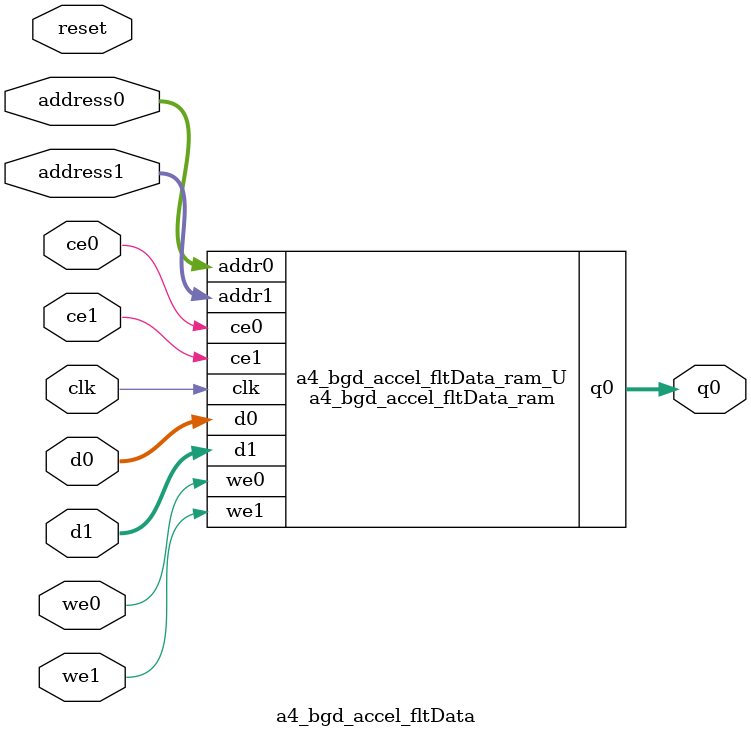
<source format=v>
`timescale 1 ns / 1 ps
module a4_bgd_accel_fltData_ram (addr0, ce0, d0, we0, q0, addr1, ce1, d1, we1,  clk);

parameter DWIDTH = 32;
parameter AWIDTH = 12;
parameter MEM_SIZE = 3925;

input[AWIDTH-1:0] addr0;
input ce0;
input[DWIDTH-1:0] d0;
input we0;
output reg[DWIDTH-1:0] q0;
input[AWIDTH-1:0] addr1;
input ce1;
input[DWIDTH-1:0] d1;
input we1;
input clk;

(* ram_style = "block" *)reg [DWIDTH-1:0] ram[0:MEM_SIZE-1];




always @(posedge clk)  
begin 
    if (ce0) 
    begin
        if (we0) 
        begin 
            ram[addr0] <= d0; 
        end 
        q0 <= ram[addr0];
    end
end


always @(posedge clk)  
begin 
    if (ce1) 
    begin
        if (we1) 
        begin 
            ram[addr1] <= d1; 
        end 
    end
end


endmodule

`timescale 1 ns / 1 ps
module a4_bgd_accel_fltData(
    reset,
    clk,
    address0,
    ce0,
    we0,
    d0,
    q0,
    address1,
    ce1,
    we1,
    d1);

parameter DataWidth = 32'd32;
parameter AddressRange = 32'd3925;
parameter AddressWidth = 32'd12;
input reset;
input clk;
input[AddressWidth - 1:0] address0;
input ce0;
input we0;
input[DataWidth - 1:0] d0;
output[DataWidth - 1:0] q0;
input[AddressWidth - 1:0] address1;
input ce1;
input we1;
input[DataWidth - 1:0] d1;



a4_bgd_accel_fltData_ram a4_bgd_accel_fltData_ram_U(
    .clk( clk ),
    .addr0( address0 ),
    .ce0( ce0 ),
    .we0( we0 ),
    .d0( d0 ),
    .q0( q0 ),
    .addr1( address1 ),
    .ce1( ce1 ),
    .we1( we1 ),
    .d1( d1 ));

endmodule


</source>
